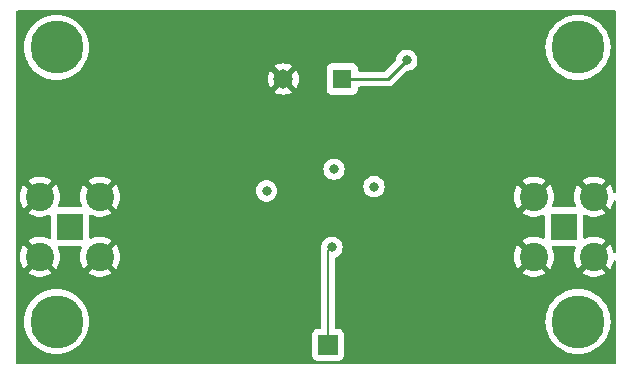
<source format=gbr>
%TF.GenerationSoftware,KiCad,Pcbnew,7.0.5*%
%TF.CreationDate,2023-11-04T20:07:06-04:00*%
%TF.ProjectId,modular,6d6f6475-6c61-4722-9e6b-696361645f70,rev?*%
%TF.SameCoordinates,Original*%
%TF.FileFunction,Copper,L4,Bot*%
%TF.FilePolarity,Positive*%
%FSLAX46Y46*%
G04 Gerber Fmt 4.6, Leading zero omitted, Abs format (unit mm)*
G04 Created by KiCad (PCBNEW 7.0.5) date 2023-11-04 20:07:06*
%MOMM*%
%LPD*%
G01*
G04 APERTURE LIST*
%TA.AperFunction,ComponentPad*%
%ADD10C,4.500000*%
%TD*%
%TA.AperFunction,ComponentPad*%
%ADD11R,1.700000X1.700000*%
%TD*%
%TA.AperFunction,ComponentPad*%
%ADD12R,1.650000X1.650000*%
%TD*%
%TA.AperFunction,ComponentPad*%
%ADD13C,1.650000*%
%TD*%
%TA.AperFunction,ComponentPad*%
%ADD14R,2.250000X2.250000*%
%TD*%
%TA.AperFunction,ComponentPad*%
%ADD15C,2.400000*%
%TD*%
%TA.AperFunction,ViaPad*%
%ADD16C,0.800000*%
%TD*%
%TA.AperFunction,Conductor*%
%ADD17C,0.250000*%
%TD*%
%TA.AperFunction,Conductor*%
%ADD18C,0.203200*%
%TD*%
G04 APERTURE END LIST*
D10*
%TO.P,,1*%
%TO.N,N/C*%
X109030000Y-64500000D03*
%TD*%
%TO.P,,1*%
%TO.N,N/C*%
X153180000Y-87720000D03*
%TD*%
%TO.P,,1*%
%TO.N,N/C*%
X153180000Y-64500000D03*
%TD*%
%TO.P,,1*%
%TO.N,N/C*%
X109030000Y-87720000D03*
%TD*%
D11*
%TO.P,J4,1,Pin_1*%
%TO.N,Net-(J4-Pin_1)*%
X132020000Y-89680000D03*
%TD*%
D12*
%TO.P,J1,01,01*%
%TO.N,+3.3V*%
X133232500Y-67180000D03*
D13*
%TO.P,J1,02,02*%
%TO.N,GND*%
X128232500Y-67180000D03*
%TD*%
D14*
%TO.P,J2,1,1*%
%TO.N,Power_Amp_Out*%
X151985000Y-79680000D03*
D15*
%TO.P,J2,2,2*%
%TO.N,GND*%
X149445000Y-77140000D03*
%TO.P,J2,3,3*%
X149445000Y-82220000D03*
%TO.P,J2,4,4*%
X154525000Y-82220000D03*
%TO.P,J2,5,5*%
X154525000Y-77140000D03*
%TD*%
D14*
%TO.P,J3,1,1*%
%TO.N,Power_Amp_In*%
X110165000Y-79680000D03*
D15*
%TO.P,J3,2,2*%
%TO.N,GND*%
X112705000Y-82220000D03*
%TO.P,J3,3,3*%
X112705000Y-77140000D03*
%TO.P,J3,4,4*%
X107625000Y-77140000D03*
%TO.P,J3,5,5*%
X107625000Y-82220000D03*
%TD*%
D16*
%TO.N,GND*%
X137922856Y-77729810D03*
X140707144Y-80360000D03*
X119492723Y-71649528D03*
X133020000Y-78520000D03*
X107940977Y-71172878D03*
X134633362Y-83930268D03*
X147960000Y-78780000D03*
X114380000Y-80810000D03*
X145450000Y-80410000D03*
X127320000Y-80220000D03*
X147278599Y-85864905D03*
X111252000Y-90659441D03*
X114046000Y-75184000D03*
X120417985Y-87378969D03*
X117981432Y-80820000D03*
X108966000Y-72898000D03*
X137044649Y-69238241D03*
X139708280Y-89818294D03*
X137132860Y-80360000D03*
X121398572Y-78100000D03*
X124876062Y-65817578D03*
X125984000Y-73660000D03*
X116492634Y-74481388D03*
X141530764Y-83061083D03*
X114894456Y-72602827D03*
X139515716Y-80360000D03*
X141898572Y-80360000D03*
X113913118Y-64583897D03*
X152129211Y-70612114D03*
X142688568Y-77729810D03*
X133860000Y-80930000D03*
X116913207Y-90154753D03*
X134840000Y-80770000D03*
X147951516Y-65172699D03*
X123978839Y-67387719D03*
X116240290Y-87154663D03*
X137156802Y-86285478D03*
X134128674Y-73472012D03*
X135810967Y-90154753D03*
X135941432Y-80360000D03*
X147740000Y-80450000D03*
X126010000Y-78140000D03*
X117726316Y-66238152D03*
X112286901Y-67668101D03*
X152858204Y-73668280D03*
X130203323Y-83061083D03*
X116225043Y-65290591D03*
X141867223Y-62705336D03*
X129641331Y-63776527D03*
X127147157Y-83902230D03*
X126321432Y-80820000D03*
X147194484Y-68537285D03*
X123754533Y-86593899D03*
X121555716Y-80820000D03*
X108333512Y-68228865D03*
X118455309Y-84995720D03*
X140305712Y-77729810D03*
X136731428Y-77729810D03*
X138530674Y-83369504D03*
X115371105Y-69827044D03*
X122747144Y-80820000D03*
X126238000Y-69088000D03*
X132164771Y-64743846D03*
X110744799Y-70808381D03*
X123938572Y-80820000D03*
X143090000Y-80360000D03*
X116801054Y-83061083D03*
X149521656Y-74901961D03*
X124090991Y-84350841D03*
X138324288Y-80360000D03*
X123726495Y-64079209D03*
X117824288Y-78100000D03*
X124821432Y-78120000D03*
X106680000Y-72644000D03*
X133020000Y-80390000D03*
X121371284Y-84743376D03*
X120207144Y-78100000D03*
X110492455Y-72350483D03*
X118959997Y-68593362D03*
X132080656Y-69832783D03*
X137969910Y-63181986D03*
X115399143Y-66826954D03*
X140970000Y-74930000D03*
X122296545Y-89958485D03*
X139114284Y-77729810D03*
X125689170Y-86145287D03*
X115610000Y-80810000D03*
X146829987Y-88332268D03*
X127876151Y-87098587D03*
X125130000Y-80820000D03*
X115441432Y-78100000D03*
X128200000Y-78710000D03*
X139700000Y-72390000D03*
X113184124Y-71649528D03*
X139876509Y-85388255D03*
X119015716Y-78100000D03*
X126949662Y-64659731D03*
X141497140Y-77729810D03*
X138430000Y-74930000D03*
X148590000Y-72390000D03*
X123474151Y-74453350D03*
X144780000Y-63500000D03*
X135362356Y-82556395D03*
X139315745Y-87687389D03*
X113716850Y-86005096D03*
X119352532Y-63714712D03*
X125633094Y-88977147D03*
X128540000Y-80210000D03*
X116910000Y-80820000D03*
X116100099Y-85444332D03*
X144780000Y-67310000D03*
X121371284Y-82472280D03*
X142175643Y-86958396D03*
X135540000Y-77729810D03*
X149858115Y-68593362D03*
X119172860Y-80820000D03*
X143880000Y-77729810D03*
X127060000Y-78710000D03*
X112595322Y-87630000D03*
X117612935Y-71346846D03*
X120361908Y-74537464D03*
X143465401Y-89257530D03*
X122689080Y-69013935D03*
X145063580Y-82948930D03*
X134477924Y-63524183D03*
X146050000Y-71120000D03*
X124343335Y-70219579D03*
X133510605Y-70758044D03*
X117612935Y-69117808D03*
X122174000Y-72136000D03*
X143156981Y-84799453D03*
X121399322Y-66854992D03*
X117698277Y-88304230D03*
X130048000Y-69088000D03*
X143510000Y-71120000D03*
X114370000Y-78510000D03*
X146520000Y-80430000D03*
X120333870Y-89425759D03*
X129780000Y-77250000D03*
X120364288Y-80820000D03*
X140970000Y-64770000D03*
X134633362Y-87014472D03*
X144783197Y-86285478D03*
X146050000Y-73660000D03*
X116632860Y-78100000D03*
X123781432Y-78100000D03*
X114698188Y-89369682D03*
X143510000Y-73660000D03*
X122590000Y-78100000D03*
X146790000Y-78740000D03*
X144281432Y-80360000D03*
%TO.N,+3.3V*%
X126810000Y-76650000D03*
X138680000Y-65590000D03*
X135910000Y-76290000D03*
X132520000Y-74820000D03*
%TO.N,Net-(J4-Pin_1)*%
X132340000Y-81440000D03*
%TD*%
D17*
%TO.N,+3.3V*%
X137090000Y-67180000D02*
X133232500Y-67180000D01*
X138680000Y-65590000D02*
X137090000Y-67180000D01*
D18*
%TO.N,Net-(J4-Pin_1)*%
X132020000Y-81760000D02*
X132020000Y-89680000D01*
X132340000Y-81440000D02*
X132020000Y-81760000D01*
%TD*%
%TA.AperFunction,Conductor*%
%TO.N,GND*%
G36*
X156362539Y-61390185D02*
G01*
X156408294Y-61442989D01*
X156419500Y-61494500D01*
X156419500Y-76700083D01*
X156399815Y-76767122D01*
X156347011Y-76812877D01*
X156277853Y-76822821D01*
X156214297Y-76793796D01*
X156176523Y-76735018D01*
X156174609Y-76727676D01*
X156154031Y-76637522D01*
X156154026Y-76637505D01*
X156060941Y-76400328D01*
X156060942Y-76400328D01*
X155933544Y-76179671D01*
X155891546Y-76127006D01*
X155241661Y-76776890D01*
X155154423Y-76638052D01*
X155026948Y-76510577D01*
X154888107Y-76423337D01*
X155538185Y-75773261D01*
X155377377Y-75663624D01*
X155377376Y-75663623D01*
X155147823Y-75553078D01*
X155147825Y-75553078D01*
X154904347Y-75477975D01*
X154904341Y-75477973D01*
X154652404Y-75440000D01*
X154397595Y-75440000D01*
X154145658Y-75477973D01*
X154145652Y-75477975D01*
X153902175Y-75553078D01*
X153672624Y-75663623D01*
X153672616Y-75663628D01*
X153511813Y-75773261D01*
X154161891Y-76423338D01*
X154023052Y-76510577D01*
X153895577Y-76638052D01*
X153808338Y-76776891D01*
X153158453Y-76127006D01*
X153116455Y-76179670D01*
X152989058Y-76400328D01*
X152895973Y-76637505D01*
X152895968Y-76637522D01*
X152839273Y-76885920D01*
X152820233Y-77139995D01*
X152820233Y-77140004D01*
X152839273Y-77394079D01*
X152895968Y-77642477D01*
X152895973Y-77642494D01*
X152990753Y-77883990D01*
X152988940Y-77884701D01*
X152998982Y-77945618D01*
X152971271Y-78009758D01*
X152913282Y-78048733D01*
X152875907Y-78054500D01*
X151094093Y-78054500D01*
X151027054Y-78034815D01*
X150981299Y-77982011D01*
X150971355Y-77912853D01*
X150980056Y-77884307D01*
X150979247Y-77883990D01*
X151074026Y-77642494D01*
X151074031Y-77642477D01*
X151130726Y-77394079D01*
X151149767Y-77140004D01*
X151149767Y-77139995D01*
X151130726Y-76885920D01*
X151074031Y-76637522D01*
X151074026Y-76637505D01*
X150980941Y-76400328D01*
X150980942Y-76400328D01*
X150853544Y-76179671D01*
X150811545Y-76127005D01*
X150161660Y-76776890D01*
X150074423Y-76638052D01*
X149946948Y-76510577D01*
X149808107Y-76423337D01*
X150458185Y-75773261D01*
X150297377Y-75663624D01*
X150297376Y-75663623D01*
X150067823Y-75553078D01*
X150067825Y-75553078D01*
X149824347Y-75477975D01*
X149824341Y-75477973D01*
X149572404Y-75440000D01*
X149317595Y-75440000D01*
X149065658Y-75477973D01*
X149065652Y-75477975D01*
X148822175Y-75553078D01*
X148592624Y-75663623D01*
X148592616Y-75663628D01*
X148431813Y-75773261D01*
X149081891Y-76423338D01*
X148943052Y-76510577D01*
X148815577Y-76638052D01*
X148728338Y-76776891D01*
X148078453Y-76127006D01*
X148036455Y-76179670D01*
X147909058Y-76400328D01*
X147815973Y-76637505D01*
X147815968Y-76637522D01*
X147759273Y-76885920D01*
X147740233Y-77139995D01*
X147740233Y-77140004D01*
X147759273Y-77394079D01*
X147815968Y-77642477D01*
X147815973Y-77642494D01*
X147909058Y-77879671D01*
X147909057Y-77879671D01*
X148036457Y-78100332D01*
X148078452Y-78152993D01*
X148078453Y-78152993D01*
X148728338Y-77503108D01*
X148815577Y-77641948D01*
X148943052Y-77769423D01*
X149081890Y-77856661D01*
X148431813Y-78506737D01*
X148592623Y-78616375D01*
X148592624Y-78616376D01*
X148822176Y-78726921D01*
X148822174Y-78726921D01*
X149065652Y-78802024D01*
X149065658Y-78802026D01*
X149317595Y-78839999D01*
X149317604Y-78840000D01*
X149572396Y-78840000D01*
X149572404Y-78839999D01*
X149824341Y-78802026D01*
X149824347Y-78802024D01*
X150067821Y-78726922D01*
X150181698Y-78672082D01*
X150250639Y-78660730D01*
X150314774Y-78688452D01*
X150353740Y-78746447D01*
X150359500Y-78783802D01*
X150359500Y-80576197D01*
X150339815Y-80643236D01*
X150287011Y-80688991D01*
X150217853Y-80698935D01*
X150181699Y-80687917D01*
X150067823Y-80633078D01*
X150067825Y-80633078D01*
X149824347Y-80557975D01*
X149824341Y-80557973D01*
X149572404Y-80520000D01*
X149317595Y-80520000D01*
X149065658Y-80557973D01*
X149065652Y-80557975D01*
X148822175Y-80633078D01*
X148592624Y-80743623D01*
X148592616Y-80743628D01*
X148431813Y-80853261D01*
X149081891Y-81503338D01*
X148943052Y-81590577D01*
X148815577Y-81718052D01*
X148728338Y-81856891D01*
X148078453Y-81207006D01*
X148036455Y-81259670D01*
X147909058Y-81480328D01*
X147815973Y-81717505D01*
X147815968Y-81717522D01*
X147759273Y-81965920D01*
X147740233Y-82219995D01*
X147740233Y-82220004D01*
X147759273Y-82474079D01*
X147815968Y-82722477D01*
X147815973Y-82722494D01*
X147909058Y-82959671D01*
X147909057Y-82959671D01*
X148036457Y-83180332D01*
X148078452Y-83232993D01*
X148078453Y-83232993D01*
X148728338Y-82583108D01*
X148815577Y-82721948D01*
X148943052Y-82849423D01*
X149081890Y-82936661D01*
X148431813Y-83586737D01*
X148592623Y-83696375D01*
X148592624Y-83696376D01*
X148822176Y-83806921D01*
X148822174Y-83806921D01*
X149065652Y-83882024D01*
X149065658Y-83882026D01*
X149317595Y-83919999D01*
X149317604Y-83920000D01*
X149572396Y-83920000D01*
X149572404Y-83919999D01*
X149824341Y-83882026D01*
X149824347Y-83882024D01*
X150067824Y-83806921D01*
X150297381Y-83696373D01*
X150458185Y-83586737D01*
X149808108Y-82936661D01*
X149946948Y-82849423D01*
X150074423Y-82721948D01*
X150161661Y-82583108D01*
X150811545Y-83232993D01*
X150853545Y-83180327D01*
X150980941Y-82959671D01*
X151074026Y-82722494D01*
X151074031Y-82722477D01*
X151130726Y-82474079D01*
X151149767Y-82220004D01*
X151149767Y-82219995D01*
X151130726Y-81965920D01*
X151074031Y-81717522D01*
X151074026Y-81717505D01*
X150979247Y-81476010D01*
X150981051Y-81475301D01*
X150971023Y-81414341D01*
X150998755Y-81350210D01*
X151056756Y-81311254D01*
X151094087Y-81305499D01*
X152875907Y-81305499D01*
X152942946Y-81325184D01*
X152988701Y-81377988D01*
X152998645Y-81447146D01*
X152989947Y-81475693D01*
X152990753Y-81476010D01*
X152895973Y-81717505D01*
X152895968Y-81717522D01*
X152839273Y-81965920D01*
X152820233Y-82219995D01*
X152820233Y-82220004D01*
X152839273Y-82474079D01*
X152895968Y-82722477D01*
X152895973Y-82722494D01*
X152989058Y-82959671D01*
X152989057Y-82959671D01*
X153116457Y-83180332D01*
X153158452Y-83232993D01*
X153808338Y-82583107D01*
X153895577Y-82721948D01*
X154023052Y-82849423D01*
X154161890Y-82936661D01*
X153511813Y-83586737D01*
X153672623Y-83696375D01*
X153672624Y-83696376D01*
X153902176Y-83806921D01*
X153902174Y-83806921D01*
X154145652Y-83882024D01*
X154145658Y-83882026D01*
X154397595Y-83919999D01*
X154397604Y-83920000D01*
X154652396Y-83920000D01*
X154652404Y-83919999D01*
X154904341Y-83882026D01*
X154904347Y-83882024D01*
X155147824Y-83806921D01*
X155377381Y-83696373D01*
X155538185Y-83586737D01*
X154888108Y-82936661D01*
X155026948Y-82849423D01*
X155154423Y-82721948D01*
X155241661Y-82583108D01*
X155891545Y-83232993D01*
X155933545Y-83180327D01*
X156060941Y-82959671D01*
X156154026Y-82722494D01*
X156154032Y-82722475D01*
X156174609Y-82632324D01*
X156208718Y-82571345D01*
X156270379Y-82538487D01*
X156340016Y-82544182D01*
X156395520Y-82586622D01*
X156419268Y-82652332D01*
X156419500Y-82659916D01*
X156419500Y-91175500D01*
X156399815Y-91242539D01*
X156347011Y-91288294D01*
X156295500Y-91299500D01*
X105744500Y-91299500D01*
X105677461Y-91279815D01*
X105631706Y-91227011D01*
X105620500Y-91175500D01*
X105620500Y-90577870D01*
X130669500Y-90577870D01*
X130669501Y-90577876D01*
X130675908Y-90637483D01*
X130726202Y-90772328D01*
X130726206Y-90772335D01*
X130812452Y-90887544D01*
X130812455Y-90887547D01*
X130927664Y-90973793D01*
X130927671Y-90973797D01*
X131062517Y-91024091D01*
X131062516Y-91024091D01*
X131069444Y-91024835D01*
X131122127Y-91030500D01*
X132917872Y-91030499D01*
X132977483Y-91024091D01*
X133112331Y-90973796D01*
X133227546Y-90887546D01*
X133313796Y-90772331D01*
X133364091Y-90637483D01*
X133370500Y-90577873D01*
X133370499Y-88782128D01*
X133364091Y-88722517D01*
X133354618Y-88697119D01*
X133313797Y-88587671D01*
X133313793Y-88587664D01*
X133227547Y-88472455D01*
X133227544Y-88472452D01*
X133112335Y-88386206D01*
X133112328Y-88386202D01*
X132977482Y-88335908D01*
X132977483Y-88335908D01*
X132917883Y-88329501D01*
X132917881Y-88329500D01*
X132917873Y-88329500D01*
X132917865Y-88329500D01*
X132746100Y-88329500D01*
X132679061Y-88309815D01*
X132633306Y-88257011D01*
X132622100Y-88205500D01*
X132622100Y-87719999D01*
X150424473Y-87719999D01*
X150444563Y-88052136D01*
X150444563Y-88052141D01*
X150444564Y-88052142D01*
X150504544Y-88379441D01*
X150504545Y-88379445D01*
X150504546Y-88379449D01*
X150603530Y-88697104D01*
X150603534Y-88697116D01*
X150603537Y-88697123D01*
X150740102Y-89000557D01*
X150912246Y-89285318D01*
X150912251Y-89285326D01*
X151117460Y-89547255D01*
X151352744Y-89782539D01*
X151614673Y-89987748D01*
X151614678Y-89987751D01*
X151614682Y-89987754D01*
X151899443Y-90159898D01*
X152202877Y-90296463D01*
X152202890Y-90296467D01*
X152202895Y-90296469D01*
X152414664Y-90362458D01*
X152520559Y-90395456D01*
X152847858Y-90455436D01*
X153180000Y-90475527D01*
X153512142Y-90455436D01*
X153839441Y-90395456D01*
X154157123Y-90296463D01*
X154460557Y-90159898D01*
X154745318Y-89987754D01*
X155007252Y-89782542D01*
X155242542Y-89547252D01*
X155447754Y-89285318D01*
X155619898Y-89000557D01*
X155756463Y-88697123D01*
X155855456Y-88379441D01*
X155915436Y-88052142D01*
X155935527Y-87720000D01*
X155915436Y-87387858D01*
X155855456Y-87060559D01*
X155756463Y-86742877D01*
X155619898Y-86439443D01*
X155447754Y-86154682D01*
X155447751Y-86154678D01*
X155447748Y-86154673D01*
X155242539Y-85892744D01*
X155007255Y-85657460D01*
X154745326Y-85452251D01*
X154745318Y-85452246D01*
X154460557Y-85280102D01*
X154157123Y-85143537D01*
X154157116Y-85143534D01*
X154157104Y-85143530D01*
X153839449Y-85044546D01*
X153839445Y-85044545D01*
X153839441Y-85044544D01*
X153512142Y-84984564D01*
X153512141Y-84984563D01*
X153512136Y-84984563D01*
X153208800Y-84966215D01*
X153180000Y-84964473D01*
X153179999Y-84964473D01*
X152847863Y-84984563D01*
X152847857Y-84984564D01*
X152847858Y-84984564D01*
X152520559Y-85044544D01*
X152520556Y-85044544D01*
X152520550Y-85044546D01*
X152202895Y-85143530D01*
X152202879Y-85143536D01*
X152202877Y-85143537D01*
X152009656Y-85230498D01*
X151899447Y-85280100D01*
X151899445Y-85280101D01*
X151614673Y-85452251D01*
X151352744Y-85657460D01*
X151117460Y-85892744D01*
X150912251Y-86154673D01*
X150740101Y-86439445D01*
X150740100Y-86439447D01*
X150603536Y-86742880D01*
X150603530Y-86742895D01*
X150504546Y-87060550D01*
X150444563Y-87387863D01*
X150424473Y-87719999D01*
X132622100Y-87719999D01*
X132622100Y-82380646D01*
X132641785Y-82313607D01*
X132694589Y-82267852D01*
X132695435Y-82267469D01*
X132792730Y-82224151D01*
X132945871Y-82112888D01*
X133072533Y-81972216D01*
X133167179Y-81808284D01*
X133225674Y-81628256D01*
X133245460Y-81440000D01*
X133225674Y-81251744D01*
X133167179Y-81071716D01*
X133072533Y-80907784D01*
X132945871Y-80767112D01*
X132913548Y-80743628D01*
X132792734Y-80655851D01*
X132792729Y-80655848D01*
X132619807Y-80578857D01*
X132619802Y-80578855D01*
X132474000Y-80547865D01*
X132434646Y-80539500D01*
X132245354Y-80539500D01*
X132212897Y-80546398D01*
X132060197Y-80578855D01*
X132060192Y-80578857D01*
X131887270Y-80655848D01*
X131887265Y-80655851D01*
X131734129Y-80767111D01*
X131607466Y-80907785D01*
X131512821Y-81071715D01*
X131512818Y-81071722D01*
X131468862Y-81207006D01*
X131454326Y-81251744D01*
X131443977Y-81350210D01*
X131434540Y-81440000D01*
X131444666Y-81536349D01*
X131435909Y-81596754D01*
X131433399Y-81602814D01*
X131433398Y-81602816D01*
X131430049Y-81628256D01*
X131418298Y-81717522D01*
X131418055Y-81719365D01*
X131418045Y-81719429D01*
X131412706Y-81760000D01*
X131417368Y-81795425D01*
X131417899Y-81803524D01*
X131417899Y-88205500D01*
X131398214Y-88272539D01*
X131345410Y-88318294D01*
X131293900Y-88329500D01*
X131122130Y-88329500D01*
X131122123Y-88329501D01*
X131062516Y-88335908D01*
X130927671Y-88386202D01*
X130927664Y-88386206D01*
X130812455Y-88472452D01*
X130812452Y-88472455D01*
X130726206Y-88587664D01*
X130726202Y-88587671D01*
X130675908Y-88722517D01*
X130669501Y-88782116D01*
X130669501Y-88782123D01*
X130669500Y-88782135D01*
X130669500Y-90577870D01*
X105620500Y-90577870D01*
X105620500Y-87720000D01*
X106274473Y-87720000D01*
X106294563Y-88052136D01*
X106294563Y-88052141D01*
X106294564Y-88052142D01*
X106354544Y-88379441D01*
X106354545Y-88379445D01*
X106354546Y-88379449D01*
X106453530Y-88697104D01*
X106453534Y-88697116D01*
X106453537Y-88697123D01*
X106590102Y-89000557D01*
X106762246Y-89285318D01*
X106762251Y-89285326D01*
X106967460Y-89547255D01*
X107202744Y-89782539D01*
X107464673Y-89987748D01*
X107464678Y-89987751D01*
X107464682Y-89987754D01*
X107749443Y-90159898D01*
X108052877Y-90296463D01*
X108052890Y-90296467D01*
X108052895Y-90296469D01*
X108264664Y-90362458D01*
X108370559Y-90395456D01*
X108697858Y-90455436D01*
X109030000Y-90475527D01*
X109362142Y-90455436D01*
X109689441Y-90395456D01*
X110007123Y-90296463D01*
X110310557Y-90159898D01*
X110595318Y-89987754D01*
X110857252Y-89782542D01*
X111092542Y-89547252D01*
X111297754Y-89285318D01*
X111469898Y-89000557D01*
X111606463Y-88697123D01*
X111705456Y-88379441D01*
X111765436Y-88052142D01*
X111785527Y-87720000D01*
X111765436Y-87387858D01*
X111705456Y-87060559D01*
X111606463Y-86742877D01*
X111469898Y-86439443D01*
X111297754Y-86154682D01*
X111297751Y-86154678D01*
X111297748Y-86154673D01*
X111092539Y-85892744D01*
X110857255Y-85657460D01*
X110595326Y-85452251D01*
X110595318Y-85452246D01*
X110310557Y-85280102D01*
X110007123Y-85143537D01*
X110007116Y-85143534D01*
X110007104Y-85143530D01*
X109689449Y-85044546D01*
X109689445Y-85044545D01*
X109689441Y-85044544D01*
X109362142Y-84984564D01*
X109362141Y-84984563D01*
X109362136Y-84984563D01*
X109030000Y-84964473D01*
X108697863Y-84984563D01*
X108697857Y-84984564D01*
X108697858Y-84984564D01*
X108370559Y-85044544D01*
X108370556Y-85044544D01*
X108370550Y-85044546D01*
X108052895Y-85143530D01*
X108052879Y-85143536D01*
X108052877Y-85143537D01*
X107859656Y-85230498D01*
X107749447Y-85280100D01*
X107749445Y-85280101D01*
X107464673Y-85452251D01*
X107202744Y-85657460D01*
X106967460Y-85892744D01*
X106762251Y-86154673D01*
X106590101Y-86439445D01*
X106590100Y-86439447D01*
X106453536Y-86742880D01*
X106453530Y-86742895D01*
X106354546Y-87060550D01*
X106294563Y-87387863D01*
X106274473Y-87720000D01*
X105620500Y-87720000D01*
X105620500Y-82220004D01*
X105920233Y-82220004D01*
X105939273Y-82474079D01*
X105995968Y-82722477D01*
X105995973Y-82722494D01*
X106089058Y-82959671D01*
X106089057Y-82959671D01*
X106216457Y-83180332D01*
X106258452Y-83232993D01*
X106258453Y-83232993D01*
X106908338Y-82583108D01*
X106995577Y-82721948D01*
X107123052Y-82849423D01*
X107261890Y-82936661D01*
X106611813Y-83586737D01*
X106772623Y-83696375D01*
X106772624Y-83696376D01*
X107002176Y-83806921D01*
X107002174Y-83806921D01*
X107245652Y-83882024D01*
X107245658Y-83882026D01*
X107497595Y-83919999D01*
X107497604Y-83920000D01*
X107752396Y-83920000D01*
X107752404Y-83919999D01*
X108004341Y-83882026D01*
X108004347Y-83882024D01*
X108247824Y-83806921D01*
X108477381Y-83696373D01*
X108638185Y-83586737D01*
X107988108Y-82936661D01*
X108126948Y-82849423D01*
X108254423Y-82721948D01*
X108341661Y-82583108D01*
X108991545Y-83232993D01*
X109033545Y-83180327D01*
X109160941Y-82959671D01*
X109254026Y-82722494D01*
X109254031Y-82722477D01*
X109310726Y-82474079D01*
X109329767Y-82220004D01*
X109329767Y-82219995D01*
X109310726Y-81965920D01*
X109254031Y-81717522D01*
X109254026Y-81717505D01*
X109159247Y-81476010D01*
X109161051Y-81475301D01*
X109151023Y-81414341D01*
X109178755Y-81350210D01*
X109236756Y-81311254D01*
X109274087Y-81305499D01*
X111055907Y-81305499D01*
X111122946Y-81325184D01*
X111168701Y-81377988D01*
X111178645Y-81447146D01*
X111169947Y-81475693D01*
X111170753Y-81476010D01*
X111075973Y-81717505D01*
X111075968Y-81717522D01*
X111019273Y-81965920D01*
X111000233Y-82219995D01*
X111000233Y-82220004D01*
X111019273Y-82474079D01*
X111075968Y-82722477D01*
X111075973Y-82722494D01*
X111169058Y-82959671D01*
X111169057Y-82959671D01*
X111296457Y-83180332D01*
X111338452Y-83232993D01*
X111988338Y-82583107D01*
X112075577Y-82721948D01*
X112203052Y-82849423D01*
X112341890Y-82936661D01*
X111691813Y-83586737D01*
X111852623Y-83696375D01*
X111852624Y-83696376D01*
X112082176Y-83806921D01*
X112082174Y-83806921D01*
X112325652Y-83882024D01*
X112325658Y-83882026D01*
X112577595Y-83919999D01*
X112577604Y-83920000D01*
X112832396Y-83920000D01*
X112832404Y-83919999D01*
X113084341Y-83882026D01*
X113084347Y-83882024D01*
X113327824Y-83806921D01*
X113557381Y-83696373D01*
X113718185Y-83586737D01*
X113068108Y-82936661D01*
X113206948Y-82849423D01*
X113334423Y-82721948D01*
X113421661Y-82583108D01*
X114071545Y-83232993D01*
X114113545Y-83180327D01*
X114240941Y-82959671D01*
X114334026Y-82722494D01*
X114334031Y-82722477D01*
X114390726Y-82474079D01*
X114409767Y-82220004D01*
X114409767Y-82219995D01*
X114390726Y-81965920D01*
X114334031Y-81717522D01*
X114334026Y-81717505D01*
X114240941Y-81480328D01*
X114240942Y-81480328D01*
X114113544Y-81259671D01*
X114071545Y-81207005D01*
X113421660Y-81856890D01*
X113334423Y-81718052D01*
X113206948Y-81590577D01*
X113068108Y-81503338D01*
X113718185Y-80853261D01*
X113557377Y-80743624D01*
X113557376Y-80743623D01*
X113327823Y-80633078D01*
X113327825Y-80633078D01*
X113084347Y-80557975D01*
X113084341Y-80557973D01*
X112832404Y-80520000D01*
X112577595Y-80520000D01*
X112325658Y-80557973D01*
X112325652Y-80557975D01*
X112082175Y-80633078D01*
X111968300Y-80687918D01*
X111899359Y-80699270D01*
X111835225Y-80671548D01*
X111796259Y-80613552D01*
X111790499Y-80576203D01*
X111790499Y-78783801D01*
X111810184Y-78716763D01*
X111862988Y-78671008D01*
X111932146Y-78661064D01*
X111968300Y-78672082D01*
X112082176Y-78726921D01*
X112082174Y-78726921D01*
X112325652Y-78802024D01*
X112325658Y-78802026D01*
X112577595Y-78839999D01*
X112577604Y-78840000D01*
X112832396Y-78840000D01*
X112832404Y-78839999D01*
X113084341Y-78802026D01*
X113084347Y-78802024D01*
X113327824Y-78726921D01*
X113557381Y-78616373D01*
X113718185Y-78506737D01*
X113068108Y-77856661D01*
X113206948Y-77769423D01*
X113334423Y-77641948D01*
X113421661Y-77503108D01*
X114071545Y-78152993D01*
X114113545Y-78100327D01*
X114240941Y-77879671D01*
X114334026Y-77642494D01*
X114334031Y-77642477D01*
X114390726Y-77394079D01*
X114409767Y-77140004D01*
X114409767Y-77139995D01*
X114390726Y-76885920D01*
X114336879Y-76650000D01*
X125904540Y-76650000D01*
X125924326Y-76838256D01*
X125924327Y-76838259D01*
X125982818Y-77018277D01*
X125982821Y-77018284D01*
X126077467Y-77182216D01*
X126200757Y-77319143D01*
X126204129Y-77322888D01*
X126357265Y-77434148D01*
X126357270Y-77434151D01*
X126530192Y-77511142D01*
X126530197Y-77511144D01*
X126715354Y-77550500D01*
X126715355Y-77550500D01*
X126904644Y-77550500D01*
X126904646Y-77550500D01*
X127089803Y-77511144D01*
X127262730Y-77434151D01*
X127415871Y-77322888D01*
X127542533Y-77182216D01*
X127637179Y-77018284D01*
X127695674Y-76838256D01*
X127715460Y-76650000D01*
X127695674Y-76461744D01*
X127639871Y-76290000D01*
X135004540Y-76290000D01*
X135024326Y-76478256D01*
X135024327Y-76478259D01*
X135082818Y-76658277D01*
X135082821Y-76658284D01*
X135177467Y-76822216D01*
X135234827Y-76885920D01*
X135304129Y-76962888D01*
X135457265Y-77074148D01*
X135457270Y-77074151D01*
X135630192Y-77151142D01*
X135630197Y-77151144D01*
X135815354Y-77190500D01*
X135815355Y-77190500D01*
X136004644Y-77190500D01*
X136004646Y-77190500D01*
X136189803Y-77151144D01*
X136362730Y-77074151D01*
X136515871Y-76962888D01*
X136642533Y-76822216D01*
X136737179Y-76658284D01*
X136795674Y-76478256D01*
X136815460Y-76290000D01*
X136795674Y-76101744D01*
X136737179Y-75921716D01*
X136642533Y-75757784D01*
X136515871Y-75617112D01*
X136498028Y-75604148D01*
X136362734Y-75505851D01*
X136362729Y-75505848D01*
X136189807Y-75428857D01*
X136189802Y-75428855D01*
X136044001Y-75397865D01*
X136004646Y-75389500D01*
X135815354Y-75389500D01*
X135782897Y-75396398D01*
X135630197Y-75428855D01*
X135630192Y-75428857D01*
X135457270Y-75505848D01*
X135457265Y-75505851D01*
X135304129Y-75617111D01*
X135177466Y-75757785D01*
X135082821Y-75921715D01*
X135082818Y-75921722D01*
X135024327Y-76101740D01*
X135024326Y-76101744D01*
X135004540Y-76290000D01*
X127639871Y-76290000D01*
X127637179Y-76281716D01*
X127542533Y-76117784D01*
X127415871Y-75977112D01*
X127415870Y-75977111D01*
X127262734Y-75865851D01*
X127262729Y-75865848D01*
X127089807Y-75788857D01*
X127089802Y-75788855D01*
X126943619Y-75757784D01*
X126904646Y-75749500D01*
X126715354Y-75749500D01*
X126682897Y-75756398D01*
X126530197Y-75788855D01*
X126530192Y-75788857D01*
X126357270Y-75865848D01*
X126357265Y-75865851D01*
X126204129Y-75977111D01*
X126077466Y-76117785D01*
X125982821Y-76281715D01*
X125982818Y-76281722D01*
X125958969Y-76355123D01*
X125924326Y-76461744D01*
X125904540Y-76650000D01*
X114336879Y-76650000D01*
X114334031Y-76637522D01*
X114334026Y-76637505D01*
X114240941Y-76400328D01*
X114240942Y-76400328D01*
X114113544Y-76179671D01*
X114071546Y-76127006D01*
X113421661Y-76776890D01*
X113334423Y-76638052D01*
X113206948Y-76510577D01*
X113068108Y-76423338D01*
X113718185Y-75773261D01*
X113557377Y-75663624D01*
X113557376Y-75663623D01*
X113327823Y-75553078D01*
X113327825Y-75553078D01*
X113084347Y-75477975D01*
X113084341Y-75477973D01*
X112832404Y-75440000D01*
X112577595Y-75440000D01*
X112325658Y-75477973D01*
X112325652Y-75477975D01*
X112082175Y-75553078D01*
X111852624Y-75663623D01*
X111852616Y-75663628D01*
X111691813Y-75773261D01*
X112341891Y-76423338D01*
X112203052Y-76510577D01*
X112075577Y-76638052D01*
X111988338Y-76776891D01*
X111338453Y-76127006D01*
X111296455Y-76179670D01*
X111169058Y-76400328D01*
X111075973Y-76637505D01*
X111075968Y-76637522D01*
X111019273Y-76885920D01*
X111000233Y-77139995D01*
X111000233Y-77140004D01*
X111019273Y-77394079D01*
X111075968Y-77642477D01*
X111075973Y-77642494D01*
X111170753Y-77883990D01*
X111168940Y-77884701D01*
X111178982Y-77945618D01*
X111151271Y-78009758D01*
X111093282Y-78048733D01*
X111055907Y-78054500D01*
X109274093Y-78054500D01*
X109207054Y-78034815D01*
X109161299Y-77982011D01*
X109151355Y-77912853D01*
X109160056Y-77884307D01*
X109159247Y-77883990D01*
X109254026Y-77642494D01*
X109254031Y-77642477D01*
X109310726Y-77394079D01*
X109329767Y-77140004D01*
X109329767Y-77139995D01*
X109310726Y-76885920D01*
X109254031Y-76637522D01*
X109254026Y-76637505D01*
X109160941Y-76400328D01*
X109160942Y-76400328D01*
X109033544Y-76179671D01*
X108991545Y-76127005D01*
X108341660Y-76776890D01*
X108254423Y-76638052D01*
X108126948Y-76510577D01*
X107988107Y-76423337D01*
X108638185Y-75773261D01*
X108477377Y-75663624D01*
X108477376Y-75663623D01*
X108247823Y-75553078D01*
X108247825Y-75553078D01*
X108004347Y-75477975D01*
X108004341Y-75477973D01*
X107752404Y-75440000D01*
X107497595Y-75440000D01*
X107245658Y-75477973D01*
X107245652Y-75477975D01*
X107002175Y-75553078D01*
X106772624Y-75663623D01*
X106772616Y-75663628D01*
X106611813Y-75773261D01*
X107261891Y-76423338D01*
X107123052Y-76510577D01*
X106995577Y-76638052D01*
X106908338Y-76776891D01*
X106258453Y-76127006D01*
X106216455Y-76179670D01*
X106089058Y-76400328D01*
X105995973Y-76637505D01*
X105995968Y-76637522D01*
X105939273Y-76885920D01*
X105920233Y-77139995D01*
X105920233Y-77140004D01*
X105939273Y-77394079D01*
X105995968Y-77642477D01*
X105995973Y-77642494D01*
X106089058Y-77879671D01*
X106089057Y-77879671D01*
X106216457Y-78100332D01*
X106258452Y-78152993D01*
X106258453Y-78152993D01*
X106908338Y-77503108D01*
X106995577Y-77641948D01*
X107123052Y-77769423D01*
X107261890Y-77856661D01*
X106611813Y-78506737D01*
X106772623Y-78616375D01*
X106772624Y-78616376D01*
X107002176Y-78726921D01*
X107002174Y-78726921D01*
X107245652Y-78802024D01*
X107245658Y-78802026D01*
X107497595Y-78839999D01*
X107497604Y-78840000D01*
X107752396Y-78840000D01*
X107752404Y-78839999D01*
X108004341Y-78802026D01*
X108004347Y-78802024D01*
X108247821Y-78726922D01*
X108361698Y-78672082D01*
X108430639Y-78660730D01*
X108494774Y-78688452D01*
X108533740Y-78746447D01*
X108539500Y-78783802D01*
X108539500Y-80576197D01*
X108519815Y-80643236D01*
X108467011Y-80688991D01*
X108397853Y-80698935D01*
X108361699Y-80687917D01*
X108247823Y-80633078D01*
X108247825Y-80633078D01*
X108004347Y-80557975D01*
X108004341Y-80557973D01*
X107752404Y-80520000D01*
X107497595Y-80520000D01*
X107245658Y-80557973D01*
X107245652Y-80557975D01*
X107002175Y-80633078D01*
X106772624Y-80743623D01*
X106772616Y-80743628D01*
X106611813Y-80853261D01*
X107261891Y-81503338D01*
X107123052Y-81590577D01*
X106995577Y-81718052D01*
X106908338Y-81856891D01*
X106258453Y-81207006D01*
X106216455Y-81259670D01*
X106089058Y-81480328D01*
X105995973Y-81717505D01*
X105995968Y-81717522D01*
X105939273Y-81965920D01*
X105920233Y-82219995D01*
X105920233Y-82220004D01*
X105620500Y-82220004D01*
X105620500Y-74820000D01*
X131614540Y-74820000D01*
X131634326Y-75008256D01*
X131634327Y-75008259D01*
X131692818Y-75188277D01*
X131692821Y-75188284D01*
X131787467Y-75352216D01*
X131900701Y-75477975D01*
X131914129Y-75492888D01*
X132067265Y-75604148D01*
X132067270Y-75604151D01*
X132240192Y-75681142D01*
X132240197Y-75681144D01*
X132425354Y-75720500D01*
X132425355Y-75720500D01*
X132614644Y-75720500D01*
X132614646Y-75720500D01*
X132799803Y-75681144D01*
X132972730Y-75604151D01*
X133125871Y-75492888D01*
X133252533Y-75352216D01*
X133347179Y-75188284D01*
X133405674Y-75008256D01*
X133425460Y-74820000D01*
X133405674Y-74631744D01*
X133347179Y-74451716D01*
X133252533Y-74287784D01*
X133125871Y-74147112D01*
X133125870Y-74147111D01*
X132972734Y-74035851D01*
X132972729Y-74035848D01*
X132799807Y-73958857D01*
X132799802Y-73958855D01*
X132654001Y-73927865D01*
X132614646Y-73919500D01*
X132425354Y-73919500D01*
X132392897Y-73926398D01*
X132240197Y-73958855D01*
X132240192Y-73958857D01*
X132067270Y-74035848D01*
X132067265Y-74035851D01*
X131914129Y-74147111D01*
X131787466Y-74287785D01*
X131692821Y-74451715D01*
X131692818Y-74451722D01*
X131634327Y-74631740D01*
X131634326Y-74631744D01*
X131614540Y-74820000D01*
X105620500Y-74820000D01*
X105620500Y-64499999D01*
X106274473Y-64499999D01*
X106294563Y-64832136D01*
X106294563Y-64832141D01*
X106294564Y-64832142D01*
X106354544Y-65159441D01*
X106354545Y-65159445D01*
X106354546Y-65159449D01*
X106453530Y-65477104D01*
X106453534Y-65477116D01*
X106453537Y-65477123D01*
X106590102Y-65780557D01*
X106739767Y-66028133D01*
X106762251Y-66065326D01*
X106967460Y-66327255D01*
X107202744Y-66562539D01*
X107464673Y-66767748D01*
X107464678Y-66767751D01*
X107464682Y-66767754D01*
X107749443Y-66939898D01*
X108052877Y-67076463D01*
X108052890Y-67076467D01*
X108052895Y-67076469D01*
X108253124Y-67138862D01*
X108370559Y-67175456D01*
X108697858Y-67235436D01*
X109030000Y-67255527D01*
X109362142Y-67235436D01*
X109664645Y-67180000D01*
X126902439Y-67180000D01*
X126922645Y-67410958D01*
X126922647Y-67410968D01*
X126982648Y-67634900D01*
X126982652Y-67634909D01*
X127080632Y-67845029D01*
X127080633Y-67845031D01*
X127135523Y-67923422D01*
X127135523Y-67923423D01*
X127629952Y-67428993D01*
X127639688Y-67458956D01*
X127727686Y-67597619D01*
X127847403Y-67710040D01*
X127982010Y-67784041D01*
X127489075Y-68276975D01*
X127567473Y-68331868D01*
X127777590Y-68429847D01*
X127777599Y-68429851D01*
X128001531Y-68489852D01*
X128001541Y-68489854D01*
X128232499Y-68510061D01*
X128232501Y-68510061D01*
X128463458Y-68489854D01*
X128463468Y-68489852D01*
X128687400Y-68429851D01*
X128687409Y-68429847D01*
X128897530Y-68331867D01*
X128975923Y-68276975D01*
X128751818Y-68052870D01*
X131907000Y-68052870D01*
X131907001Y-68052876D01*
X131913408Y-68112483D01*
X131963702Y-68247328D01*
X131963706Y-68247335D01*
X132049952Y-68362544D01*
X132049955Y-68362547D01*
X132165164Y-68448793D01*
X132165171Y-68448797D01*
X132300017Y-68499091D01*
X132300016Y-68499091D01*
X132306944Y-68499835D01*
X132359627Y-68505500D01*
X134105372Y-68505499D01*
X134164983Y-68499091D01*
X134299831Y-68448796D01*
X134415046Y-68362546D01*
X134501296Y-68247331D01*
X134551591Y-68112483D01*
X134558000Y-68052873D01*
X134558000Y-67929499D01*
X134577685Y-67862461D01*
X134630489Y-67816706D01*
X134682000Y-67805500D01*
X137007257Y-67805500D01*
X137022877Y-67807224D01*
X137022904Y-67806939D01*
X137030666Y-67807673D01*
X137030666Y-67807672D01*
X137030667Y-67807673D01*
X137033999Y-67807568D01*
X137098847Y-67805531D01*
X137100794Y-67805500D01*
X137129347Y-67805500D01*
X137129350Y-67805500D01*
X137136228Y-67804630D01*
X137142041Y-67804172D01*
X137188627Y-67802709D01*
X137207869Y-67797117D01*
X137226912Y-67793174D01*
X137246792Y-67790664D01*
X137290122Y-67773507D01*
X137295646Y-67771617D01*
X137299396Y-67770527D01*
X137340390Y-67758618D01*
X137357629Y-67748422D01*
X137375103Y-67739862D01*
X137393727Y-67732488D01*
X137393727Y-67732487D01*
X137393732Y-67732486D01*
X137431449Y-67705082D01*
X137436305Y-67701892D01*
X137476420Y-67678170D01*
X137490589Y-67663999D01*
X137505379Y-67651368D01*
X137521587Y-67639594D01*
X137551299Y-67603676D01*
X137555212Y-67599376D01*
X138627770Y-66526819D01*
X138689094Y-66493334D01*
X138715452Y-66490500D01*
X138774644Y-66490500D01*
X138774646Y-66490500D01*
X138959803Y-66451144D01*
X139132730Y-66374151D01*
X139285871Y-66262888D01*
X139412533Y-66122216D01*
X139507179Y-65958284D01*
X139565674Y-65778256D01*
X139585460Y-65590000D01*
X139565674Y-65401744D01*
X139507179Y-65221716D01*
X139412533Y-65057784D01*
X139285871Y-64917112D01*
X139285870Y-64917111D01*
X139132734Y-64805851D01*
X139132729Y-64805848D01*
X138959807Y-64728857D01*
X138959802Y-64728855D01*
X138814000Y-64697865D01*
X138774646Y-64689500D01*
X138585354Y-64689500D01*
X138552897Y-64696398D01*
X138400197Y-64728855D01*
X138400192Y-64728857D01*
X138227270Y-64805848D01*
X138227265Y-64805851D01*
X138074129Y-64917111D01*
X137947466Y-65057785D01*
X137852821Y-65221715D01*
X137852818Y-65221722D01*
X137794327Y-65401740D01*
X137794326Y-65401744D01*
X137786406Y-65477104D01*
X137776679Y-65569649D01*
X137750094Y-65634263D01*
X137741039Y-65644368D01*
X136867228Y-66518181D01*
X136805905Y-66551666D01*
X136779547Y-66554500D01*
X134681999Y-66554500D01*
X134614960Y-66534815D01*
X134569205Y-66482011D01*
X134557999Y-66430500D01*
X134557999Y-66307129D01*
X134557998Y-66307123D01*
X134557997Y-66307116D01*
X134551591Y-66247517D01*
X134501296Y-66112669D01*
X134501295Y-66112668D01*
X134501293Y-66112664D01*
X134415047Y-65997455D01*
X134415044Y-65997452D01*
X134299835Y-65911206D01*
X134299828Y-65911202D01*
X134164982Y-65860908D01*
X134164983Y-65860908D01*
X134105383Y-65854501D01*
X134105381Y-65854500D01*
X134105373Y-65854500D01*
X134105364Y-65854500D01*
X132359629Y-65854500D01*
X132359623Y-65854501D01*
X132300016Y-65860908D01*
X132165171Y-65911202D01*
X132165164Y-65911206D01*
X132049955Y-65997452D01*
X132049952Y-65997455D01*
X131963706Y-66112664D01*
X131963702Y-66112671D01*
X131913408Y-66247517D01*
X131911756Y-66262888D01*
X131907001Y-66307123D01*
X131907000Y-66307135D01*
X131907000Y-68052870D01*
X128751818Y-68052870D01*
X128480034Y-67781086D01*
X128548129Y-67754126D01*
X128680992Y-67657595D01*
X128785675Y-67531055D01*
X128834131Y-67428079D01*
X129329475Y-67923423D01*
X129384367Y-67845030D01*
X129482347Y-67634909D01*
X129482351Y-67634900D01*
X129542352Y-67410968D01*
X129542354Y-67410958D01*
X129562561Y-67180000D01*
X129562561Y-67179999D01*
X129542354Y-66949041D01*
X129542352Y-66949031D01*
X129482351Y-66725099D01*
X129482347Y-66725090D01*
X129384368Y-66514972D01*
X129329474Y-66436576D01*
X128835046Y-66931004D01*
X128825312Y-66901044D01*
X128737314Y-66762381D01*
X128617597Y-66649960D01*
X128482988Y-66575957D01*
X128975923Y-66083023D01*
X128897531Y-66028133D01*
X128897529Y-66028132D01*
X128687409Y-65930152D01*
X128687400Y-65930148D01*
X128463468Y-65870147D01*
X128463458Y-65870145D01*
X128232501Y-65849939D01*
X128232499Y-65849939D01*
X128001541Y-65870145D01*
X128001531Y-65870147D01*
X127777599Y-65930148D01*
X127777590Y-65930152D01*
X127567471Y-66028132D01*
X127567469Y-66028133D01*
X127489077Y-66083024D01*
X127489076Y-66083025D01*
X127984964Y-66578913D01*
X127916871Y-66605874D01*
X127784008Y-66702405D01*
X127679325Y-66828945D01*
X127630868Y-66931920D01*
X127135524Y-66436576D01*
X127080631Y-66514974D01*
X126982652Y-66725090D01*
X126982648Y-66725099D01*
X126922647Y-66949031D01*
X126922645Y-66949041D01*
X126902439Y-67179999D01*
X126902439Y-67180000D01*
X109664645Y-67180000D01*
X109689441Y-67175456D01*
X110007123Y-67076463D01*
X110310557Y-66939898D01*
X110595318Y-66767754D01*
X110857252Y-66562542D01*
X111092542Y-66327252D01*
X111260661Y-66112664D01*
X111297748Y-66065326D01*
X111297748Y-66065324D01*
X111297754Y-66065318D01*
X111469898Y-65780557D01*
X111606463Y-65477123D01*
X111705456Y-65159441D01*
X111765436Y-64832142D01*
X111785527Y-64500000D01*
X111785527Y-64499999D01*
X150424473Y-64499999D01*
X150444563Y-64832136D01*
X150444563Y-64832141D01*
X150444564Y-64832142D01*
X150504544Y-65159441D01*
X150504545Y-65159445D01*
X150504546Y-65159449D01*
X150603530Y-65477104D01*
X150603534Y-65477116D01*
X150603537Y-65477123D01*
X150740102Y-65780557D01*
X150889767Y-66028133D01*
X150912251Y-66065326D01*
X151117460Y-66327255D01*
X151352744Y-66562539D01*
X151614673Y-66767748D01*
X151614678Y-66767751D01*
X151614682Y-66767754D01*
X151899443Y-66939898D01*
X152202877Y-67076463D01*
X152202890Y-67076467D01*
X152202895Y-67076469D01*
X152403124Y-67138862D01*
X152520559Y-67175456D01*
X152847858Y-67235436D01*
X153180000Y-67255527D01*
X153512142Y-67235436D01*
X153839441Y-67175456D01*
X154157123Y-67076463D01*
X154460557Y-66939898D01*
X154745318Y-66767754D01*
X155007252Y-66562542D01*
X155242542Y-66327252D01*
X155410661Y-66112664D01*
X155447748Y-66065326D01*
X155447748Y-66065324D01*
X155447754Y-66065318D01*
X155619898Y-65780557D01*
X155756463Y-65477123D01*
X155855456Y-65159441D01*
X155915436Y-64832142D01*
X155935527Y-64500000D01*
X155915436Y-64167858D01*
X155855456Y-63840559D01*
X155756463Y-63522877D01*
X155619898Y-63219443D01*
X155447754Y-62934682D01*
X155447751Y-62934678D01*
X155447748Y-62934673D01*
X155242539Y-62672744D01*
X155007255Y-62437460D01*
X154745326Y-62232251D01*
X154745318Y-62232246D01*
X154460557Y-62060102D01*
X154157123Y-61923537D01*
X154157116Y-61923534D01*
X154157104Y-61923530D01*
X153839449Y-61824546D01*
X153839445Y-61824545D01*
X153839441Y-61824544D01*
X153512142Y-61764564D01*
X153512141Y-61764563D01*
X153512136Y-61764563D01*
X153208800Y-61746215D01*
X153180000Y-61744473D01*
X153179999Y-61744473D01*
X152847863Y-61764563D01*
X152847857Y-61764564D01*
X152847858Y-61764564D01*
X152520559Y-61824544D01*
X152520556Y-61824544D01*
X152520550Y-61824546D01*
X152202895Y-61923530D01*
X152202879Y-61923536D01*
X152202877Y-61923537D01*
X152009656Y-62010498D01*
X151899447Y-62060100D01*
X151899445Y-62060101D01*
X151614673Y-62232251D01*
X151352744Y-62437460D01*
X151117460Y-62672744D01*
X150912251Y-62934673D01*
X150740101Y-63219445D01*
X150740100Y-63219447D01*
X150603536Y-63522880D01*
X150603530Y-63522895D01*
X150504546Y-63840550D01*
X150444563Y-64167863D01*
X150424473Y-64499999D01*
X111785527Y-64499999D01*
X111765436Y-64167858D01*
X111705456Y-63840559D01*
X111606463Y-63522877D01*
X111469898Y-63219443D01*
X111297754Y-62934682D01*
X111297751Y-62934678D01*
X111297748Y-62934673D01*
X111092539Y-62672744D01*
X110857255Y-62437460D01*
X110595326Y-62232251D01*
X110595318Y-62232246D01*
X110310557Y-62060102D01*
X110007123Y-61923537D01*
X110007116Y-61923534D01*
X110007104Y-61923530D01*
X109689449Y-61824546D01*
X109689445Y-61824545D01*
X109689441Y-61824544D01*
X109362142Y-61764564D01*
X109362141Y-61764563D01*
X109362136Y-61764563D01*
X109058800Y-61746215D01*
X109030000Y-61744473D01*
X109029999Y-61744473D01*
X108697863Y-61764563D01*
X108697857Y-61764564D01*
X108697858Y-61764564D01*
X108370559Y-61824544D01*
X108370556Y-61824544D01*
X108370550Y-61824546D01*
X108052895Y-61923530D01*
X108052879Y-61923536D01*
X108052877Y-61923537D01*
X107859656Y-62010498D01*
X107749447Y-62060100D01*
X107749445Y-62060101D01*
X107464673Y-62232251D01*
X107202744Y-62437460D01*
X106967460Y-62672744D01*
X106762251Y-62934673D01*
X106590101Y-63219445D01*
X106590100Y-63219447D01*
X106453536Y-63522880D01*
X106453530Y-63522895D01*
X106354546Y-63840550D01*
X106294563Y-64167863D01*
X106274473Y-64499999D01*
X105620500Y-64499999D01*
X105620500Y-61494500D01*
X105640185Y-61427461D01*
X105692989Y-61381706D01*
X105744500Y-61370500D01*
X156295500Y-61370500D01*
X156362539Y-61390185D01*
G37*
%TD.AperFunction*%
%TA.AperFunction,Conductor*%
G36*
X156340016Y-77464182D02*
G01*
X156395520Y-77506622D01*
X156419268Y-77572332D01*
X156419500Y-77579916D01*
X156419500Y-81780083D01*
X156399815Y-81847122D01*
X156347011Y-81892877D01*
X156277853Y-81902821D01*
X156214297Y-81873796D01*
X156176523Y-81815018D01*
X156174609Y-81807676D01*
X156154031Y-81717522D01*
X156154026Y-81717505D01*
X156060941Y-81480328D01*
X156060942Y-81480328D01*
X155933544Y-81259671D01*
X155891546Y-81207006D01*
X155241661Y-81856890D01*
X155154423Y-81718052D01*
X155026948Y-81590577D01*
X154888108Y-81503338D01*
X155538185Y-80853261D01*
X155377377Y-80743624D01*
X155377376Y-80743623D01*
X155147823Y-80633078D01*
X155147825Y-80633078D01*
X154904347Y-80557975D01*
X154904341Y-80557973D01*
X154652404Y-80520000D01*
X154397595Y-80520000D01*
X154145658Y-80557973D01*
X154145652Y-80557975D01*
X153902175Y-80633078D01*
X153788300Y-80687918D01*
X153719359Y-80699270D01*
X153655225Y-80671548D01*
X153616259Y-80613552D01*
X153610499Y-80576203D01*
X153610499Y-78783801D01*
X153630184Y-78716763D01*
X153682988Y-78671008D01*
X153752146Y-78661064D01*
X153788300Y-78672082D01*
X153902176Y-78726921D01*
X153902174Y-78726921D01*
X154145652Y-78802024D01*
X154145658Y-78802026D01*
X154397595Y-78839999D01*
X154397604Y-78840000D01*
X154652396Y-78840000D01*
X154652404Y-78839999D01*
X154904341Y-78802026D01*
X154904347Y-78802024D01*
X155147824Y-78726921D01*
X155377381Y-78616373D01*
X155538185Y-78506737D01*
X154888108Y-77856661D01*
X155026948Y-77769423D01*
X155154423Y-77641948D01*
X155241661Y-77503108D01*
X155891545Y-78152993D01*
X155933545Y-78100327D01*
X156060941Y-77879671D01*
X156154026Y-77642494D01*
X156154032Y-77642475D01*
X156174609Y-77552324D01*
X156208718Y-77491345D01*
X156270379Y-77458487D01*
X156340016Y-77464182D01*
G37*
%TD.AperFunction*%
%TD*%
M02*

</source>
